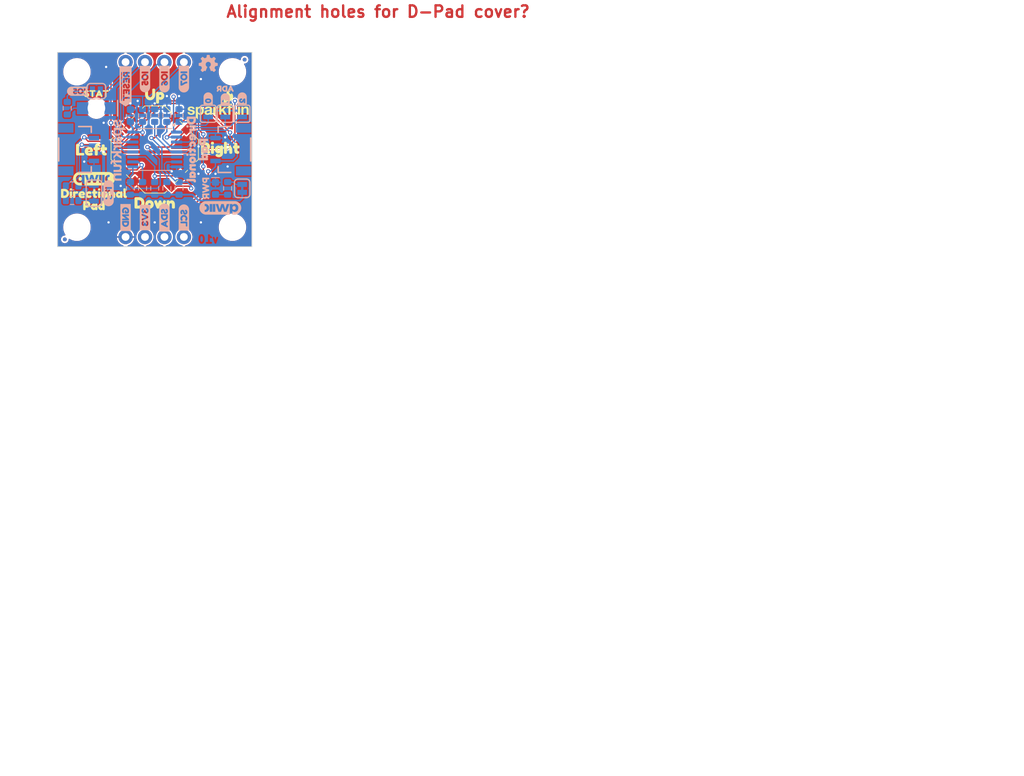
<source format=kicad_pcb>
(kicad_pcb (version 20240108) (generator "pcbnew") (generator_version "8.0")
  (title_block (date "2024-09-23") (comment 1 "Designed by: N. Seidle"))
  (layers (0 "F.Cu" signal) (31 "B.Cu" jumper) (34 "B.Paste" user) (35 "F.Paste" user) (36 "B.SilkS" user "B.Silkscreen") (37 "F.SilkS" user "F.Silkscreen") (38 "B.Mask" user) (39 "F.Mask" user) (44 "Edge.Cuts" user))
  (net 0 "")
  (net 1 "GND")
  (net 3 "3.3V")
  (net 5 "~{RESET}")
  (net 6 "Net-(D1-A)")
  (net 7 "Net-(D4-A)")
  (net 8 "Net-(JP4-A)")
  (net 11 "ADR1")
  (net 12 "SCL")
  (net 13 "SDA")
  (net 14 "IO6")
  (net 15 "IO7")
  (net 16 "ADR2")
  (net 17 "ADR0")
  (net 18 "SW_Down")
  (net 19 "SW_Up")
  (net 20 "SW_Right")
  (net 21 "SW_Left")
  (net 22 "SW_Center")
  (net 23 "IO5{slash}STAT")
  (net 24 "Net-(JP5-A)")
  (net 25 "Net-(JP6-A)")
  (net 26 "Net-(JP6-B)")
  (footprint "kibuzzard-66EF7B7C" (layer "F.Cu") (at 140.0175 112.0775)
    (property "Reference" "kibuzzard-66EF7B7C" (hide yes))
    (property "Value" "G***" (hide yes))
  )
  (footprint "SparkFun-Aesthetic:Fiducial_0.5mm_Mask1mm" (layer "F.Cu") (at 136.2075 116.5225 90)
    (property "Reference" "FID3")
    (property "Value" "Fiducial_0.5mm")
    (pad "" smd circle (at 0 0 90) (size 0.5 0.5) (layers "F.Cu" "F.Mask") (clearance 0.25))
  )
  (footprint "kibuzzard-66EED5D2" (layer "F.Cu") (at 147.955 97.79)
    (property "Reference" "kibuzzard-66EED5D2" (hide yes))
    (property "Value" "G***" (hide yes))
  )
  (footprint "SparkFun-Hardware:Standoff" (layer "F.Cu") (at 158.115 94.615 90)
    (property "Reference" "ST2")
    (property "Value" "Standoff")
    (pad "" np_thru_hole circle (at 0 0 90) (size 3.1 3.1) (drill 3.1) (layers "F&B.Cu" "*.Mask"))
  )
  (footprint "kibuzzard-66EF559E" (layer "F.Cu") (at 156.5275 104.775)
    (property "Reference" "kibuzzard-66EF559E" (hide yes))
    (property "Value" "G***" (hide yes))
  )
  (footprint "kibuzzard-66EF55AC" (layer "F.Cu") (at 139.7 104.775)
    (property "Reference" "kibuzzard-66EF55AC" (hide yes))
    (property "Value" "G***" (hide yes))
  )
  (footprint "kibuzzard-66EF5597" (layer "F.Cu") (at 147.955 111.76)
    (property "Reference" "kibuzzard-66EF5597" (hide yes))
    (property "Value" "G***" (hide yes))
  )
  (footprint "SparkFun-Aesthetic:Fiducial_0.5mm_Mask1mm" (layer "F.Cu") (at 159.7025 93.0275 90)
    (property "Reference" "FID4")
    (property "Value" "Fiducial_0.5mm")
    (pad "" smd circle (at 0 0 90) (size 0.5 0.5) (layers "F.Cu" "F.Mask") (clearance 0.25))
  )
  (footprint "SparkFun-Aesthetic:qwiic_5.5mm" (layer "F.Cu") (at 140.0175 108.585)
    (property "Reference" "G***" (hide yes))
    (property "Value" "LOGO" (hide yes))
  )
  (footprint "SparkFun-Switch:Navigation_SMD_9.9x9.9mm" (layer "F.Cu") (at 147.955 104.775)
    (property "Reference" "SW2")
    (property "Value" "Nav Switch")
    (pad "1" smd rect (at 2.669328 -4.224963 135) (size 1 1.25) (layers "F.Cu" "F.Paste" "F.Mask") (net 19 "SW_Up"))
    (pad "2" smd rect (at 4.224963 -2.669328 135) (size 1 1.25) (layers "F.Cu" "F.Paste" "F.Mask") (net 20 "SW_Right"))
    (pad "3" smd rect (at 4.790648 2.103643 225) (size 1 1.25) (layers "F.Cu" "F.Paste" "F.Mask") (net 1 "GND"))
    (pad "4" smd rect (at 3.447146 3.447146 225) (size 1 1.25) (layers "F.Cu" "F.Paste" "F.Mask") (net 22 "SW_Center"))
    (pad "5" smd rect (at 2.103643 4.790648 225) (size 1 1.25) (layers "F.Cu" "F.Paste" "F.Mask") (net 18 "SW_Down"))
    (pad "6" smd rect (at -2.669328 4.224963 315) (size 1 1.25) (layers "F.Cu" "F.Paste" "F.Mask") (net 1 "GND"))
    (pad "7" smd rect (at -4.224963 2.669328 315) (size 1 1.25) (layers "F.Cu" "F.Paste" "F.Mask") (net 21 "SW_Left"))
    (pad "8" smd rect (at -4.790648 -2.103643 45) (size 1 1.25) (layers "F.Cu" "F.Paste" "F.Mask") (net 1 "GND"))
    (pad "9" smd rect (at -3.447146 -3.447146 45) (size 1 1.25) (layers "F.Cu" "F.Paste" "F.Mask") (net 1 "GND"))
    (pad "10" smd rect (at -2.103643 -4.790648 45) (size 1 1.25) (layers "F.Cu" "F.Paste" "F.Mask") (net 1 "GND"))
  )
  (footprint "SparkFun-Connector:1x04" (layer "F.Cu") (at 144.145 116.205)
    (property "Reference" "J5")
    (property "Value" "I2C")
    (pad "1" thru_hole circle (at 0 0 90) (size 1.8796 1.8796) (drill 1.016) (layers "*.Cu" "*.Mask") (net 1 "GND"))
    (pad "2" thru_hole circle (at 2.54 0 90) (size 1.8796 1.8796) (drill 1.016) (layers "*.Cu" "*.Mask") (net 3 "3.3V"))
    (pad "3" thru_hole circle (at 5.08 0 90) (size 1.8796 1.8796) (drill 1.016) (layers "*.Cu" "*.Mask") (net 13 "SDA"))
    (pad "4" thru_hole circle (at 7.62 0 90) (size 1.8796 1.8796) (drill 1.016) (layers "*.Cu" "*.Mask") (net 12 "SCL"))
  )
  (footprint "SparkFun-Hardware:Standoff" (layer "F.Cu") (at 137.795 94.615 90)
    (property "Reference" "ST1")
    (property "Value" "Standoff")
    (pad "" np_thru_hole circle (at 0 0 90) (size 3.1 3.1) (drill 3.1) (layers "F&B.Cu" "*.Mask"))
  )
  (footprint "kibuzzard-66EF7B78" (layer "F.Cu") (at 140.0175 110.49)
    (property "Reference" "kibuzzard-66EF7B78" (hide yes))
    (property "Value" "G***" (hide yes))
  )
  (footprint "kibuzzard-66EF6B89" (layer "F.Cu") (at 140.335 97.4725)
    (property "Reference" "kibuzzard-66EF6B89" (hide yes))
    (property "Value" "G***" (hide yes))
  )
  (footprint "SparkFun-Aesthetic:SparkFun_Logo_8mm" (layer "F.Cu") (at 156.21 99.695)
    (property "Reference" "G***" (hide yes))
    (property "Value" "LOGO" (hide yes))
  )
  (footprint "SparkFun-Aesthetic:Creative_Commons_License" (layer "F.Cu") (at 214.63 168.275)
    (property "Reference" "G1" (hide yes))
    (property "Value" "OSHW_Logo" (hide yes))
  )
  (footprint "SparkFun-Hardware:Standoff" (layer "F.Cu") (at 137.795 114.935 90)
    (property "Reference" "ST3")
    (property "Value" "Standoff")
    (pad "" np_thru_hole circle (at 0 0 90) (size 3.1 3.1) (drill 3.1) (layers "F&B.Cu" "*.Mask"))
  )
  (footprint "SparkFun-Connector:1x04" (layer "F.Cu") (at 144.145 93.345)
    (property "Reference" "J2")
    (property "Value" "Conn_01x04")
    (pad "1" thru_hole circle (at 0 0 90) (size 1.8796 1.8796) (drill 1.016) (layers "*.Cu" "*.Mask") (net 23 "IO5{slash}STAT"))
    (pad "2" thru_hole circle (at 2.54 0 90) (size 1.8796 1.8796) (drill 1.016) (layers "*.Cu" "*.Mask") (net 14 "IO6"))
    (pad "3" thru_hole circle (at 5.08 0 90) (size 1.8796 1.8796) (drill 1.016) (layers "*.Cu" "*.Mask") (net 15 "IO7"))
    (pad "4" thru_hole circle (at 7.62 0 90) (size 1.8796 1.8796) (drill 1.016) (layers "*.Cu" "*.Mask") (net 5 "~{RESET}"))
  )
  (footprint "SparkFun-Hardware:Standoff" (layer "F.Cu") (at 158.115 114.935 90)
    (property "Reference" "ST4")
    (property "Value" "Standoff")
    (pad "" np_thru_hole circle (at 0 0 90) (size 3.1 3.1) (drill 3.1) (layers "F&B.Cu" "*.Mask"))
  )
  (footprint "SparkFun-Resistor:R_0603_1608Metric" (layer "B.Cu") (at 151.13 109.855 -90)
    (property "Reference" "R8")
    (property "Value" "10k")
    (pad "1" smd roundrect (at -0.825 0 270) (size 0.8 0.95) (layers "B.Cu" "B.Paste" "B.Mask") (net 18 "SW_Down"))
    (pad "2" smd roundrect (at 0.825 0 270) (size 0.8 0.95) (layers "B.Cu" "B.Paste" "B.Mask") (net 3 "3.3V"))
  )
  (footprint "SparkFun-Connector:JST_SMD_1.0mm-4_RA" (layer "B.Cu") (at 155.8925 104.775 -90)
    (property "Reference" "J1")
    (property "Value" "Qwiic_RA")
    (pad "1" smd rect (at -1.5 0 270) (size 0.6 1.35) (layers "B.Cu" "B.Paste" "B.Mask") (net 1 "GND"))
    (pad "2" smd rect (at -0.5 0 270) (size 0.6 1.35) (layers "B.Cu" "B.Paste" "B.Mask") (net 3 "3.3V"))
    (pad "3" smd rect (at 0.5 0 270) (size 0.6 1.35) (layers "B.Cu" "B.Paste" "B.Mask") (net 13 "SDA"))
    (pad "4" smd rect (at 1.5 0 270) (size 0.6 1.35) (layers "B.Cu" "B.Paste" "B.Mask") (net 12 "SCL"))
    (pad "NC1" smd rect (at 2.8 -3.675 270) (size 1.2 2) (layers "B.Cu" "B.Paste" "B.Mask"))
    (pad "NC2" smd rect (at -2.8 -3.675 270) (size 1.2 2) (layers "B.Cu" "B.Paste" "B.Mask"))
  )
  (footprint "SparkFun-Connector:JST_SMD_1.0mm-4_RA" (layer "B.Cu") (at 140.0175 104.775 90)
    (property "Reference" "J3")
    (property "Value" "Qwiic_RA")
    (pad "1" smd rect (at -1.5 0 90) (size 0.6 1.35) (layers "B.Cu" "B.Paste" "B.Mask") (net 1 "GND"))
    (pad "2" smd rect (at -0.5 0 90) (size 0.6 1.35) (layers "B.Cu" "B.Paste" "B.Mask") (net 3 "3.3V"))
    (pad "3" smd rect (at 0.5 0 90) (size 0.6 1.35) (layers "B.Cu" "B.Paste" "B.Mask") (net 13 "SDA"))
    (pad "4" smd rect (at 1.5 0 90) (size 0.6 1.35) (layers "B.Cu" "B.Paste" "B.Mask") (net 12 "SCL"))
    (pad "NC1" smd rect (at 2.8 -3.675 90) (size 1.2 2) (layers "B.Cu" "B.Paste" "B.Mask"))
    (pad "NC2" smd rect (at -2.8 -3.675 90) (size 1.2 2) (layers "B.Cu" "B.Paste" "B.Mask"))
  )
  (footprint "SparkFun-LED:LED_1206_Bottom_Green" (layer "B.Cu") (at 140.335 99.3775)
    (property "Reference" "D4")
    (property "Value" "Green")
    (pad "" np_thru_hole circle (at 0 0) (size 2.3 2.3) (drill 2.3) (layers "*.Cu" "*.Mask"))
    (pad "1" smd rect (at 1.8 0) (size 1.5 1.6) (layers "B.Cu" "B.Paste" "B.Mask") (net 1 "GND"))
    (pad "2" smd rect (at -1.8 0) (size 1.5 1.6) (layers "B.Cu" "B.Paste" "B.Mask") (net 7 "Net-(D4-A)"))
  )
  (footprint "SparkFun-Jumper:Jumper_2_NC_Trace" (layer "B.Cu") (at 140.335 97.155)
    (property "Reference" "JP5")
    (property "Value" "STAT")
    (fp_poly (pts (xy -0.25 0.15) (xy 0.25 0.15) (xy 0.25 -0.15) (xy -0.25 -0.15)) (fill solid) (layer "B.Cu"))
    (pad "1" smd rect (at -0.5207 0) (size 0.6604 1.27) (layers "B.Cu" "B.Mask") (net 24 "Net-(JP5-A)"))
    (pad "2" smd rect (at 0.5207 0) (size 0.6604 1.27) (layers "B.Cu" "B.Mask") (net 23 "IO5{slash}STAT"))
  )
  (footprint "SparkFun-Capacitor:C_0603_1608Metric" (layer "B.Cu") (at 144.78 100.33 90)
    (property "Reference" "C1")
    (property "Value" "0.1uF")
    (pad "1" smd roundrect (at -0.775 0 90) (size 0.9 0.95) (layers "B.Cu" "B.Paste" "B.Mask") (net 3 "3.3V"))
    (pad "2" smd roundrect (at 0.775 0 90) (size 0.9 0.95) (layers "B.Cu" "B.Paste" "B.Mask") (net 1 "GND"))
  )
  (footprint "SparkFun-Aesthetic:qwiic_5.5mm" (layer "B.Cu") (at 156.5275 112.395 180)
    (property "Reference" "G***" (hide yes))
    (property "Value" "LOGO" (hide yes))
  )
  (footprint "SparkFun-Semiconductor-Standard:TSSOP-16_4.4x5mm_P0.65mm" (layer "B.Cu") (at 147.955 104.775 180)
    (property "Reference" "U4")
    (property "Value" "PCA9557PW")
    (pad "1" smd roundrect (at -2.8625 2.275 180) (size 1.475 0.4) (layers "B.Cu" "B.Paste" "B.Mask") (net 12 "SCL"))
    (pad "2" smd roundrect (at -2.8625 1.625 180) (size 1.475 0.4) (layers "B.Cu" "B.Paste" "B.Mask") (net 13 "SDA"))
    (pad "3" smd roundrect (at -2.8625 0.975 180) (size 1.475 0.4) (layers "B.Cu" "B.Paste" "B.Mask") (net 17 "ADR0"))
    (pad "4" smd roundrect (at -2.8625 0.325 180) (size 1.475 0.4) (layers "B.Cu" "B.Paste" "B.Mask") (net 11 "ADR1"))
    (pad "5" smd roundrect (at -2.8625 -0.325 180) (size 1.475 0.4) (layers "B.Cu" "B.Paste" "B.Mask") (net 16 "ADR2"))
    (pad "6" smd roundrect (at -2.8625 -0.975 180) (size 1.475 0.4) (layers "B.Cu" "B.Paste" "B.Mask") (net 19 "SW_Up"))
    (pad "7" smd roundrect (at -2.8625 -1.625 180) (size 1.475 0.4) (layers "B.Cu" "B.Paste" "B.Mask") (net 18 "SW_Down"))
    (pad "8" smd roundrect (at -2.8625 -2.275 180) (size 1.475 0.4) (layers "B.Cu" "B.Paste" "B.Mask") (net 1 "GND"))
    (pad "9" smd roundrect (at 2.8625 -2.275 180) (size 1.475 0.4) (layers "B.Cu" "B.Paste" "B.Mask") (net 20 "SW_Right"))
    (pad "10" smd roundrect (at 2.8625 -1.625 180) (size 1.475 0.4) (layers "B.Cu" "B.Paste" "B.Mask") (net 21 "SW_Left"))
    (pad "11" smd roundrect (at 2.8625 -0.975 180) (size 1.475 0.4) (layers "B.Cu" "B.Paste" "B.Mask") (net 22 "SW_Center"))
    (pad "12" smd roundrect (at 2.8625 -0.325 180) (size 1.475 0.4) (layers "B.Cu" "B.Paste" "B.Mask") (net 23 "IO5{slash}STAT"))
    (pad "13" smd roundrect (at 2.8625 0.325 180) (size 1.475 0.4) (layers "B.Cu" "B.Paste" "B.Mask") (net 14 "IO6"))
    (pad "14" smd roundrect (at 2.8625 0.975 180) (size 1.475 0.4) (layers "B.Cu" "B.Paste" "B.Mask") (net 15 "IO7"))
    (pad "15" smd roundrect (at 2.8625 1.625 180) (size 1.475 0.4) (layers "B.Cu" "B.Paste" "B.Mask") (net 5 "~{RESET}"))
    (pad "16" smd roundrect (at 2.8625 2.275 180) (size 1.475 0.4) (layers "B.Cu" "B.Paste" "B.Mask") (net 3 "3.3V"))
  )
  (footprint "SparkFun-Jumper:Jumper_2_NO" (layer "B.Cu") (at 154.94 100.1014 90)
    (property "Reference" "JP1")
    (property "Value" "~")
    (pad "1" smd rect (at -0.4064 0 90) (size 0.635 1.27) (layers "B.Cu" "B.Mask") (net 17 "ADR0"))
    (pad "2" smd rect (at 0.4064 0 90) (size 0.635 1.27) (layers "B.Cu" "B.Mask") (net 3 "3.3V"))
  )
  (footprint "kibuzzard-66EF7B7C" (layer "B.Cu") (at 154.305 104.775 -90)
    (property "Reference" "kibuzzard-66EF7B7C" (hide yes))
    (property "Value" "G***" (hide yes))
  )
  (footprint "kibuzzard-66F182A6" (layer "B.Cu") (at 141.9225 110.49 -90)
    (property "Reference" "kibuzzard-66F182A6" (hide yes))
    (property "Value" "G***" (hide yes))
  )
  (footprint "kibuzzard-66EF7A03" (layer "B.Cu") (at 159.385 98.1075 -90)
    (property "Reference" "kibuzzard-66EF7A03" (hide yes))
    (property "Value" "G***" (hide yes))
  )
  (footprint "SparkFun-Aesthetic:Fiducial_0.5mm_Mask1mm" (layer "B.Cu") (at 136.2075 116.5225 -90)
    (property "Reference" "FID2")
    (property "Value" "Fiducial_0.5mm")
    (pad "" smd circle (at 0 0 270) (size 0.5 0.5) (layers "B.Cu" "B.Mask") (clearance 0.25))
  )
  (footprint "SparkFun-Resistor:R_0603_1608Metric" (layer "B.Cu") (at 147.955 109.855 -90)
    (property "Reference" "R12")
    (property "Value" "10k")
    (pad "1" smd roundrect (at -0.825 0 270) (size 0.8 0.95) (layers "B.Cu" "B.Paste" "B.Mask") (net 22 "SW_Center"))
    (pad "2" smd roundrect (at 0.825 0 270) (size 0.8 0.95) (layers "B.Cu" "B.Paste" "B.Mask") (net 3 "3.3V"))
  )
  (footprint "SparkFun-Aesthetic:Fiducial_0.5mm_Mask1mm" (layer "B.Cu") (at 159.7025 93.0275 -90)
    (property "Reference" "FID1")
    (property "Value" "Fiducial_0.5mm")
    (pad "" smd circle (at 0 0 270) (size 0.5 0.5) (layers "B.Cu" "B.Mask") (clearance 0.25))
  )
  (footprint "SparkFun-Resistor:R_0603_1608Metric" (layer "B.Cu") (at 137.16 111.4425 180)
    (property "Reference" "R13")
    (property "Value" "2.2k")
    (pad "1" smd roundrect (at -0.825 0 180) (size 0.8 0.95) (layers "B.Cu" "B.Paste" "B.Mask") (net 25 "Net-(JP6-A)"))
    (pad "2" smd roundrect (at 0.825 0 180) (size 0.8 0.95) (layers "B.Cu" "B.Paste" "B.Mask") (net 13 "SDA"))
  )
  (footprint "kibuzzard-66EF7B15" (layer "B.Cu") (at 146.685 113.665 -90)
    (property "Reference" "kibuzzard-66EF7B15" (hide yes))
    (property "Value" "G***" (hide yes))
  )
  (footprint "SparkFun-Aesthetic:SparkFun_Logo_NoFlame_8mm" (layer "B.Cu") (at 143.075963 104.810355 -90)
    (property "Reference" "G***" (hide yes))
    (property "Value" "LOGO" (hide yes))
  )
  (footprint "kibuzzard-66EF5827" (layer "B.Cu") (at 144.145 96.52 -90)
    (property "Reference" "kibuzzard-66EF5827" (hide yes))
    (property "Value" "G***" (hide yes))
  )
  (footprint "SparkFun-Aesthetic:OSHW_Logo_2.5mm" (layer "B.Cu") (at 154.94 93.6625 180)
    (property "Reference" "Ref**" (hide yes))
    (property "Value" "Val**" (hide yes))
  )
  (footprint "SparkFun-LED:LED_0603_1608Metric_Red" (layer "B.Cu") (at 155.8925 109.855 -90)
    (property "Reference" "D1")
    (property "Value" "Red")
    (pad "1" smd roundrect (at -0.7875 0 270) (size 0.875 0.95) (layers "B.Cu" "B.Paste" "B.Mask") (net 1 "GND"))
    (pad "2" smd roundrect (at 0.7875 0 270) (size 0.875 0.95) (layers "B.Cu" "B.Paste" "B.Mask") (net 6 "Net-(D1-A)"))
  )
  (footprint "SparkFun-Resistor:R_0603_1608Metric" (layer "B.Cu") (at 147.955 100.33 -90)
    (property "Reference" "R3")
    (property "Value" "10k")
    (pad "1" smd roundrect (at -0.825 0 270) (size 0.8 0.95) (layers "B.Cu" "B.Paste" "B.Mask") (net 1 "GND"))
    (pad "2" smd roundrect (at 0.825 0 270) (size 0.8 0.95) (layers "B.Cu" "B.Paste" "B.Mask") (net 16 "ADR2"))
  )
  (footprint "SparkFun-Resistor:R_0603_1608Metric" (layer "B.Cu") (at 136.525 99.3775 -90)
    (property "Reference" "R6")
    (property "Value" "1k")
    (pad "1" smd roundrect (at -0.825 0 270) (size 0.8 0.95) (layers "B.Cu" "B.Paste" "B.Mask") (net 24 "Net-(JP5-A)"))
    (pad "2" smd roundrect (at 0.825 0 270) (size 0.8 0.95) (layers "B.Cu" "B.Paste" "B.Mask") (net 7 "Net-(D4-A)"))
  )
  (footprint "SparkFun-Jumper:Jumper_2_NO" (layer "B.Cu") (at 157.1625 100.1014 90)
    (property "Reference" "JP2")
    (property "Value" "~")
    (pad "1" smd rect (at -0.4064 0 90) (size 0.635 1.27) (layers "B.Cu" "B.Mask") (net 11 "ADR1"))
    (pad "2" smd rect (at 0.4064 0 90) (size 0.635 1.27) (layers "B.Cu" "B.Mask") (net 3 "3.3V"))
  )
  (footprint "kibuzzard-66EF7940" (layer "B.Cu") (at 151.765 95.5675 -90)
    (property "Reference" "kibuzzard-66EF7940" (hide yes))
    (property "Value" "G***" (hide yes))
  )
  (footprint "SparkFun-Resistor:R_0603_1608Metric" (layer "B.Cu") (at 146.3675 100.33 -90)
    (property "Reference" "R4")
    (property "Value" "10k")
    (pad "1" smd roundrect (at -0.825 0 270) (size 0.8 0.95) (layers "B.Cu" "B.Paste" "B.Mask") (net 5 "~{RESET}"))
    (pad "2" smd roundrect (at 0.825 0 270) (size 0.8 0.95) (layers "B.Cu" "B.Paste" "B.Mask") (net 3 "3.3V"))
  )
  (footprint "kibuzzard-64C2E6A3" (layer "B.Cu") (at 154.6225 109.855 -90)
    (property "Reference" "kibuzzard-64C2E6A3" (hide yes))
    (property "Value" "G***" (hide yes))
  )
  (footprint "kibuzzard-66EF7B78" (layer "B.Cu") (at 152.7175 104.775 -90)
    (property "Reference" "kibuzzard-66EF7B78" (hide yes))
    (property "Value" "G***" (hide yes))
  )
  (footprint "SparkFun-Resistor:R_0603_1608Metric" (layer "B.Cu") (at 146.3675 109.855 -90)
    (property "Reference" "R11")
    (property "Value" "10k")
    (pad "1" smd roundrect (at -0.825 0 270) (size 0.8 0.95) (layers "B.Cu" "B.Paste" "B.Mask") (net 21 "SW_Left"))
    (pad "2" smd roundrect (at 0.825 0 270) (size 0.8 0.95) (layers "B.Cu" "B.Paste" "B.Mask") (net 3 "3.3V"))
  )
  (footprint "kibuzzard-66EF7AE6" (layer "B.Cu") (at 151.765 113.665 -90)
    (property "Reference" "kibuzzard-66EF7AE6" (hide yes))
    (property "Value" "G***" (hide yes))
  )
  (footprint "kibuzzard-66EF7B1E" (layer "B.Cu") (at 144.145 113.665 -90)
    (property "Reference" "kibuzzard-66EF7B1E" (hide yes))
    (property "Value" "G***" (hide yes))
  )
  (footprint "kibuzzard-66EF7907" (layer "B.Cu") (at 137.795 97.155 180)
    (property "Reference" "kibuzzard-66EF7907" (hide yes))
    (property "Value" "G***" (hide yes))
  )
  (footprint "SparkFun-Resistor:R_0603_1608Metric" (layer "B.Cu") (at 149.5425 100.33 -90)
    (property "Reference" "R2")
    (property "Value" "10k")
    (pad "1" smd roundrect (at -0.825 0 270) (size 0.8 0.95) (layers "B.Cu" "B.Paste" "B.Mask") (net 1 "GND"))
    (pad "2" smd roundrect (at 0.825 0 270) (size 0.8 0.95) (layers "B.Cu" "B.Paste" "B.Mask") (net 11 "ADR1"))
  )
  (footprint "kibuzzard-66EF7A0B" (layer "B.Cu") (at 157.1625 96.8375 180)
    (property "Reference" "kibuzzard-66EF7A0B" (hide yes))
    (property "Value" "G***" (hide yes))
  )
  (footprint "SparkFun-Resistor:R_0603_1608Metric" (layer "B.Cu") (at 137.16 109.5375 180)
    (property "Reference" "R7")
    (property "Value" "2.2k")
    (pad "1" smd roundrect (at -0.825 0 180) (size 0.8 0.95) (layers "B.Cu" "B.Paste" "B.Mask") (net 26 "Net-(JP6-B)"))
    (pad "2" smd roundrect (at 0.825 0 180) (size 0.8 0.95) (layers "B.Cu" "B.Paste" "B.Mask") (net 12 "SCL"))
  )
  (footprint "kibuzzard-66EF793A" (layer "B.Cu") (at 149.225 95.5675 -90)
    (property "Reference" "kibuzzard-66EF793A" (hide yes))
    (property "Value" "G***" (hide yes))
  )
  (footprint "kibuzzard-66EF7A24" (layer "B.Cu") (at 157.16554 98.24848 -90)
    (property "Reference" "kibuzzard-66EF7A24" (hide yes))
    (property "Value" "G***" (hide yes))
  )
  (footprint "kibuzzard-66EF7AEF" (layer "B.Cu") (at 149.225 113.665 -90)
    (property "Reference" "kibuzzard-66EF7AEF" (hide yes))
    (property "Value" "G***" (hide yes))
  )
  (footprint "SparkFun-Jumper:Jumper_3_NC-2_Trace" (layer "B.Cu") (at 140.0175 110.49 90)
    (property "Reference" "JP6")
    (property "Value" "I²C")
    (fp_poly (pts (xy -0.7707 0.15) (xy -0.2707 0.15) (xy -0.2707 -0.15) (xy -0.7707 -0.15)) (fill solid) (layer "B.Cu"))
    (fp_poly (pts (xy 0.262 0.173) (xy 0.762 0.173) (xy 0.762 -0.127) (xy 0.262 -0.127)) (fill solid) (layer "B.Cu"))
    (pad "1" smd rect (at -1.0414 0 90) (size 0.6604 1.27) (layers "B.Cu" "B.Mask") (net 25 "Net-(JP6-A)"))
    (pad "2" smd rect (at 0 0 90) (size 0.6604 1.27) (layers "B.Cu" "B.Mask") (net 3 "3.3V"))
    (pad "3" smd rect (at 1.0414 0 270) (size 0.6604 1.27) (layers "B.Cu" "B.Mask") (net 26 "Net-(JP6-B)"))
  )
  (footprint "kibuzzard-66EF7923" (layer "B.Cu") (at 146.685 95.5675 -90)
    (property "Reference" "kibuzzard-66EF7923" (hide yes))
    (property "Value" "G***" (hide yes))
  )
  (footprint "SparkFun-Resistor:R_0603_1608Metric" (layer "B.Cu") (at 157.48 109.855 -90)
    (property "Reference" "R5")
    (property "Value" "1k")
    (pad "1" smd roundrect (at -0.825 0 270) (size 0.8 0.95) (layers "B.Cu" "B.Paste" "B.Mask") (net 8 "Net-(JP4-A)"))
    (pad "2" smd roundrect (at 0.825 0 270) (size 0.8 0.95) (layers "B.Cu" "B.Paste" "B.Mask") (net 6 "Net-(D1-A)"))
  )
  (footprint "SparkFun-Jumper:Jumper_2_NO" (layer "B.Cu") (at 159.385 100.1014 90)
    (property "Reference" "JP3")
    (property "Value" "~")
    (pad "1" smd rect (at -0.4064 0 90) (size 0.635 1.27) (layers "B.Cu" "B.Mask") (net 16 "ADR2"))
    (pad "2" smd rect (at 0.4064 0 90) (size 0.635 1.27) (layers "B.Cu" "B.Mask") (net 3 "3.3V"))
  )
  (footprint "SparkFun-Resistor:R_0603_1608Metric" (layer "B.Cu") (at 144.78 109.855 -90)
    (property "Reference" "R10")
    (property "Value" "10k")
    (pad "1" smd roundrect (at -0.825 0 270) (size 0.8 0.95) (layers "B.Cu" "B.Paste" "B.Mask") (net 20 "SW_Right"))
    (pad "2" smd roundrect (at 0.825 0 270) (size 0.8 0.95) (layers "B.Cu" "B.Paste" "B.Mask") (net 3 "3.3V"))
  )
  (footprint "SparkFun-Resistor:R_0603_1608Metric" (layer "B.Cu") (at 149.5425 109.855 -90)
    (property "Reference" "R9")
    (property "Value" "10k")
    (pad "1" smd roundrect (at -0.825 0 270) (size 0.8 0.95) (layers "B.Cu" "B.Paste" "B.Mask") (net 19 "SW_Up"))
    (pad "2" smd roundrect (at 0.825 0 270) (size 0.8 0.95) (layers "B.Cu" "B.Paste" "B.Mask") (net 3 "3.3V"))
  )
  (footprint "SparkFun-Jumper:Jumper_2_NC_Trace" (layer "B.Cu") (at 159.385 109.855 -90)
    (property "Reference" "JP4")
    (property "Value" "PWR")
    (fp_poly (pts (xy -0.25 0.15) (xy 0.25 0.15) (xy 0.25 -0.15) (xy -0.25 -0.15)) (fill solid) (layer "B.Cu"))
    (pad "1" smd rect (at -0.5207 0 270) (size 0.6604 1.27) (layers "B.Cu" "B.Mask") (net 8 "Net-(JP4-A)"))
    (pad "2" smd rect (at 0.5207 0 270) (size 0.6604 1.27) (layers "B.Cu" "B.Mask") (net 3 "3.3V"))
  )
  (footprint "kibuzzard-66EF79E9" (layer "B.Cu") (at 154.94 98.1075 -90)
    (property "Reference" "kibuzzard-66EF79E9" (hide yes))
    (property "Value" "G***" (hide yes))
  )
  (footprint "SparkFun-Resistor:R_0603_1608Metric" (layer "B.Cu") (at 151.13 100.33 -90)
    (property "Reference" "R1")
    (property "Value" "10k")
    (pad "1" smd roundrect (at -0.825 0 270) (size 0.8 0.95) (layers "B.Cu" "B.Paste" "B.Mask") (net 1 "GND"))
    (pad "2" smd roundrect (at 0.825 0 270) (size 0.8 0.95) (layers "B.Cu" "B.Paste" "B.Mask") (net 17 "ADR0"))
  )
  (gr_rect (start 135.255 92.075) (end 160.655 117.475) (stroke (width 0.1)) (fill none) (layer "Edge.Cuts"))
  (gr_text "Alignment holes for D-Pad cover?" (at 157.1625 87.63 0) (layer "F.Cu") (effects (font (size 1.5 1.5) (thickness 0.3) (bold yes)) (justify left bottom)))
  (gr_text "v10" (at 154.94 116.5225 0) (layer "B.Cu" knockout) (effects (font (size 1 1) (thickness 0.25) (bold yes)) (justify mirror)))
  (segment (start 143.164352 102.671357) (end 142.411095 101.9181) (width 0.4064) (layer "F.Cu") (net 1))
  (segment (start 142.411095 101.9181) (end 142.24 101.9181) (width 0.4064) (layer "F.Cu") (net 1))
  (via (at 155.8925 107.95) (size 0.56) (drill 0.3) (layers "F.Cu" "B.Cu") (net 1))
  (via (at 153.9875 95.5675) (size 0.56) (drill 0.3) (layers "F.Cu" "B.Cu") (net 1))
  (via (at 151.13 97.79) (size 0.56) (drill 0.3) (layers "F.Cu" "B.Cu") (net 1))
  (via (at 138.7475 106.3625) (size 0.56) (drill 0.3) (layers "F.Cu" "B.Cu") (net 1))
  (via (at 153.682391 104.37489) (size 0.56) (drill 0.3) (layers "F.Cu" "B.Cu") (net 1))
  (via (at 147.955 114.3) (size 0.56) (drill 0.3) (layers "F.Cu" "B.Cu") (net 1))
  (via (at 150.1775 107.6325) (size 0.56) (drill 0.3) (layers "F.Cu" "B.Cu") (net 1))
  (via (at 153.67 107.95) (size 0.56) (drill 0.3) (layers "F.Cu" "B.Cu") (net 1))
  (via (at 157.48 106.9975) (size 0.56) (drill 0.3) (layers "F.Cu" "B.Cu") (net 1))
  (via (at 149.5425 97.79) (size 0.56) (drill 0.3) (layers "F.Cu" "B.Cu") (net 1))
  (via (at 143.513202 109.532815) (size 0.56) (drill 0.3) (layers "F.Cu" "B.Cu") (net 1))
  (via (at 141.9225 114.3) (size 0.56) (drill 0.3) (layers "F.Cu" "B.Cu") (net 1))
  (via (at 153.9875 114.3) (size 0.56) (drill 0.3) (layers "F.Cu" "B.Cu") (net 1))
  (via (at 141.605 93.98) (size 0.56) (drill 0.3) (layers "F.Cu" "B.Cu") (net 1))
  (via (at 144.78 98.7425) (size 0.56) (drill 0.3) (layers "F.Cu" "B.Cu") (net 1))
  (via (at 141.2875 101.2825) (size 0.56) (drill 0.3) (layers "F.Cu" "B.Cu") (net 1))
  (via (at 157.1625 103.1875) (size 0.56) (drill 0.3) (layers "F.Cu" "B.Cu") (net 1))
  (via (at 145.7325 98.425) (size 0.56) (drill 0.3) (layers "F.Cu" "B.Cu") (net 1))
  (via (at 147.955 98.7425) (size 0.56) (drill 0.3) (layers "F.Cu" "B.Cu") (net 1))
  (segment (start 146.3675 102.5525) (end 146.3675 105.0925) (width 0.254) (layer "F.Cu") (net 3))
  (segment (start 157.48 104.4575) (end 158.4325 103.505) (width 0.1778) (layer "F.Cu") (net 3))
  (segment (start 146.3675 105.0925) (end 156.845 105.0925) (width 0.4064) (layer "F.Cu") (net 3))
  (segment (start 158.4325 103.505) (end 158.4325 98.425) (width 0.1778) (layer "F.Cu") (net 3))
  (segment (start 141.2875 105.0925) (end 146.3675 105.0925) (width 0.4064) (layer "F.Cu") (net 3))
  (segment (start 156.845 105.0925) (end 157.48 104.4575) (width 0.4064) (layer "F.Cu") (net 3))
  (via (at 146.3675 102.5525) (size 0.56) (drill 0.3) (layers "F.Cu" "B.Cu") (net 3))
  (via (at 141.2875 105.0925) (size 0.56) (drill 0.3) (layers "F.Cu" "B.Cu") (net 3))
  (via (at 158.4325 98.425) (size 0.56) (drill 0.3) (layers "F.Cu" "B.Cu") (net 3))
  (via (at 157.48 104.4575) (size 0.56) (drill 0.3) (layers "F.Cu" "B.Cu") (net 3))
  (segment (start 151.13 110.68) (end 149.5425 110.68) (width 0.254) (layer "B.Cu") (net 3))
  (segment (start 147.955 110.68) (end 146.3675 110.68) (width 0.254) (layer "B.Cu") (net 3))
  (segment (start 146.3675 101.155) (end 146.3675 102.5525) (width 0.1778) (layer "B.Cu") (net 3))
  (segment (start 145.0925 101.9175) (end 144.78 101.605) (width 0.254) (layer "B.Cu") (net 3))
  (segment (start 141.2875 110.49) (end 143.1925 110.49) (width 0.4064) (layer "B.Cu") (net 3))
  (segment (start 157.2975 104.275) (end 157.48 104.4575) (width 0.4064) (layer "B.Cu") (net 3))
  (segment (start 144.78 110.68) (end 146.3675 110.68) (width 0.4064) (layer "B.Cu") (net 3))
  (segment (start 158.4325 98.425) (end 158.4325 99.695) (width 0.1778) (layer "B.Cu") (net 3))
  (segment (start 145.0925 102.5) (end 146.315 102.5) (width 0.254) (layer "B.Cu") (net 3))
  (segment (start 146.3675 110.68) (end 146.3675 113.03) (width 0.4064) (layer "B.Cu") (net 3))
  (segment (start 146.3675 113.03) (end 146.685 113.3475) (width 0.4064) (layer "B.Cu") (net 3))
  (segment (start 152.9075 110.68) (end 153.67 111.4425) (width 0.254) (layer "B.Cu") (net 3))
  (segment (start 146.315 102.5) (end 146.3675 102.5525) (width 0.254) (layer "B.Cu") (net 3))
  (segment (start 153.67 111.4425) (end 159.0675 111.4425) (width 0.254) (layer "B.Cu") (net 3))
  (segment (start 145.0925 102.5) (end 145.0925 101.9175) (width 0.254) (layer "B.Cu") (net 3))
  (segment (start 143.1925 110.49) (end 143.3825 110.68) (width 0.4064) (layer "B.Cu") (net 3))
  (segment (start 159.0675 111.4425) (end 159.385 111.125) (width 0.254) (layer "B.Cu") (net 3))
  (segment (start 143.3825 110.68) (end 144.78 110.68) (width 0.4064) (layer "B.Cu") (net 3))
  (segment (start 157.1625 99.695) (end 154.94 99.695) (width 0.254) (layer "B.Cu") (net 3))
  (segment (start 141.2875 105.0925) (end 141.2875 110.49) (width 0.4064) (layer "B.Cu") (net 3))
  (segment (start 140.0175 105.275) (end 141.105 105.275) (width 0.4064) (layer "B.Cu") (net 3))
  (segment (start 140.0175 110.49) (end 141.2875 110.49) (width 0.4064) (layer "B.Cu") (net 3))
  (segment (start 146.685 113.3475) (end 146.685 116.205) (width 0.4064) (layer "B.Cu") (net 3))
  (segment (start 141.105 105.275) (end 141.2875 105.0925) (width 0.4064) (layer "B.Cu") (net 3))
  (segment (start 155.8925 104.275) (end 157.2975 104.275) (width 0.4064) (layer "B.Cu") (net 3))
  (segment (start 159.385 99.695) (end 158.4325 99.695) (width 0.254) (layer "B.Cu") (net 3))
  (segment (start 158.4325 99.695) (end 157.1625 99.695) (width 0.254) (layer "B.Cu") (net 3))
  (segment (start 149.5425 110.68) (end 147.955 110.68) (width 0.254) (layer "B.Cu") (net 3))
  (segment (start 151.13 110.68) (end 152.9075 110.68) (width 0.254) (layer "B.Cu") (net 3))
  (segment (start 144.78 101.605) (end 144.78 101.105) (width 0.254) (layer "B.Cu") (net 3))
  (segment (start 159.385 111.125) (end 159.385 110.3757) (width 0.254) (layer "B.Cu") (net 3))
  (segment (start 146.3675 97.79) (end 147.32 97.79) (width 0.1778) (layer "B.Cu") (net 5))
  (segment (start 143.8529 98.7171) (end 144.78 97.79) (width 0.1778) (layer "B.Cu") (net 5))
  (segment (start 143.5481 102.87) (end 143.5481 101.397922) (width 0.1778) (layer "B.Cu") (net 5))
  (segment (start 143.8529 101.093122) (end 143.8529 98.7171) (width 0.1778) (layer "B.Cu") (net 5))
  (segment (start 146.3675 99.505) (end 146.3675 97.79) (width 0.1778) (layer "B.Cu") (net 5))
  (segment (start 143.5481 101.397922) (end 143.8529 101.093122) (width 0.1778) (layer "B.Cu") (net 5))
  (segment (start 150.5839 94.5261) (end 151.765 93.345) (width 0.1778) (layer "B.Cu") (net 5))
  (segment (start 144.78 97.79) (end 146.3675 97.79) (width 0.1778) (layer "B.Cu") (net 5))
  (segment (start 143.8281 103.15) (end 143.5481 102.87) (width 0.1778) (layer "B.Cu") (net 5))
  (segment (start 145.0925 103.15) (end 143.8281 103.15) (width 0.1778) (layer "B.Cu") (net 5))
  (segment (start 147.32 97.79) (end 150.5839 94.5261) (width 0.1778) (layer "B.Cu") (net 5))
  (segment (start 155.93 110.68) (end 155.8925 110.6425) (width 0.1778) (layer "B.Cu") (net 6))
  (segment (start 157.48 110.68) (end 155.93 110.68) (width 0.1778) (layer "B.Cu") (net 6))
  (segment (start 137.35 99.3775) (end 136.525 100.2025) (width 0.1778) (layer "B.Cu") (net 7))
  (segment (start 138.535 99.3775) (end 137.35 99.3775) (width 0.1778) (layer "B.Cu") (net 7))
  (segment (start 158.2425 109.03) (end 158.5468 109.3343) (width 0.1778) (layer "B.Cu") (net 8))
  (segment (start 158.5468 109.3343) (end 159.385 109.3343) (width 0.1778) (layer "B.Cu") (net 8))
  (segment (start 157.48 109.03) (end 158.2425 109.03) (width 0.1778) (layer "B.Cu") (net 8))
  (segment (start 157.1625 101.6) (end 157.1625 100.5078) (width 0.1778) (layer "B.Cu") (net 11))
  (segment (start 149.5425 102.45027) (end 149.5425 101.155) (width 0.1778) (layer "B.Cu") (net 11))
  (segment (start 149.0212 103.40343) (end 149.0212 102.97157) (width 0.1778) (layer "B.Cu") (net 11))
  (segment (start 153.3525 101.9302) (end 156.8323 101.9302) (width 0.1778) (layer "B.Cu") (net 11))
  (segment (start 149.530269 103.912499) (end 149.0212 103.40343) (width 0.1778) (layer "B.Cu") (net 11))
  (segment (start 150.8175 104.45) (end 152.239474 104.45) (width 0.1778) (layer "B.Cu") (net 11))
  (segment (start 149.5425 103.912499) (end 149.530269 103.912499) (width 0.1778) (layer "B.Cu") (net 11))
  (segment (start 152.239474 104.45) (end 153.0477 103.641774) (width 0.1778) (layer "B.Cu") (net 11))
  (segment (start 156.8323 101.9302) (end 157.1625 101.6) (width 0.1778) (layer "B.Cu") (net 11))
  (segment (start 149.0212 102.97157) (end 149.5425 102.45027) (width 0.1778) (layer "B.Cu") (net 11))
  (segment (start 150.080001 104.45) (end 149.5425 103.912499) (width 0.1778) (layer "B.Cu") (net 11))
  (segment (start 153.0477 103.641774) (end 153.0477 102.235) (width 0.1778) (layer "B.Cu") (net 11))
  (segment (start 153.0477 102.235) (end 153.3525 101.9302) (width 0.1778) (layer "B.Cu") (net 11))
  (segment (start 150.8175 104.45) (end 150.080001 104.45) (width 0.1778) (layer "B.Cu") (net 11))
  (segment (start 147.73907 98.2212) (end 147.4337 98.52657) (width 0.1778) (layer "F.Cu") (net 12))
  (segment (start 147.4337 99.8988) (end 143.624348 103.708152) (width 0.1778) (layer "F.Cu") (net 12))
  (segment (start 157.7975 102.5525) (end 153.67 98.425) (width 0.1778) (layer "F.Cu") (net 12))
  (segment (start 153.67 98.425) (end 148.37473 98.425) (width 0.1778) (layer "F.Cu") (net 12))
  (segment (start 148.37473 98.425) (end 148.17093 98.2212) (width 0.1778) (layer "F.Cu") (net 12))
  (segment (start 139.268152 103.708152) (end 138.7475 103.1875) (width 0.1778) (layer "F.Cu") (net 12))
  (segment (start 154.94 110.1725) (end 154.94 107.6325) (width 0.1778) (layer "F.Cu") (net 12))
  (segment (start 148.17093 98.2212) (end 147.73907 98.2212) (width 0.1778) (layer "F.Cu") (net 12))
  (segment (start 151.765 113.3475) (end 154.94 110.1725) (width 0.1778) (layer "F.Cu") (net 12))
  (segment (start 150.495 97.9526) (end 150.495 98.425) (width 0.1778) (layer "F.Cu") (net 12))
  (segment (start 150.4137 97.8713) (end 150.495 97.9526) (width 0.1778) (layer "F.Cu") (net 12))
  (segment (start 143.624348 103.708152) (end 139.268152 103.708152) (width 0.1778) (layer "F.Cu") (net 12))
  (segment (start 151.765 116.205) (end 151.765 113.3475) (width 0.1778) (layer "F.Cu") (net 12))
  (segment (start 147.4337 98.52657) (end 147.4337 99.8988) (width 0.1778) (layer "F.Cu") (net 12))
  (via (at 138.7475 103.1875) (size 0.56) (drill 0.3) (layers "F.Cu" "B.Cu") (net 12))
  (via (at 157.7975 102.5525) (size 0.56) (drill 0.3) (layers "F.Cu" "B.Cu") (net 12))
  (via (at 150.4137 97.8713) (size 0.56) (drill 0.3) (layers "F.Cu" "B.Cu") (net 12))
  (via (at 154.94 107.6325) (size 0.56) (drill 0.3) (layers "F.Cu" "B.Cu") (net 12))
  (segment (start 150.495 97.79) (end 150.4137 97.8713) (width 0.1778) (layer "B.Cu") (net 12))
  (segment (start 154.94 107.6325) (end 155.2575 107.6325) (width 0.1778) (layer "B.Cu") (net 12))
  (segment (start 137.795 104.05573) (end 138.66323 103.1875) (width 0.1524) (layer "B.Cu") (net 12))
  (segment (start 158.2025 106.275) (end 155.8925 106.275) (width 0.1778) (layer "B.Cu") (net 12))
  (segment (start 150.4137 102.0962) (end 150.4137 97.8713) (width 0.1778) (layer "B.Cu") (net 12))
  (segment (start 136.411448 109.5375) (end 137.795 108.153948) (width 0.1524) (layer "B.Cu") (net 12))
  (segment (start 157.7975 102.5525) (end 157.7975 103.1875) (width 0.1778) (layer "B.Cu") (net 12))
  (segment (start 158.75 104.14) (end 158.75 105.7275) (width 0.1778) (layer "B.Cu") (net 12))
  (segment (start 138.66323 103.1875) (end 138.7475 103.1875) (width 0.1524) (layer "B.Cu") (net 12))
  (segment (start 140.0175 103.275) (end 138.835 103.275) (width 0.1778) (layer "B.Cu") (net 12))
  (segment (start 155.8925 106.9975) (end 155.8925 106.275) (width 0.1778) (layer "B.Cu") (net 12))
  (segment (start 150.8175 102.5) (end 150.4137 102.0962) (width 0.1778) (layer "B.Cu") (net 12))
  (segment (start 157.7975 103.1875) (end 158.75 104.14) (width 0.1778) (layer "B.Cu") (net 12))
  (segment (start 138.835 103.275) (end 138.7475 103.1875) (width 0.1778) (layer "B.Cu") (net 12))
  (segment (start 155.2575 107.6325) (end 155.8925 106.9975) (width 0.1778) (layer "B.Cu") (net 12))
  (segment (start 158.75 105.7275) (end 158.2025 106.275) (width 0.1778) (layer "B.Cu") (net 12))
  (segment (start 137.795 108.153948) (end 137.795 104.05573) (width 0.1524) (layer "B.Cu") (net 12))
  (segment (start 136.335 109.5375) (end 136.411448 109.5375) (width 0.1524) (layer "B.Cu") (net 12))
  (segment (start 149.225 115.2525) (end 154.305 110.1725) (width 0.1778) (layer "F.Cu") (net 13))
  (segment (start 149.86 98.7552) (end 151.945726 98.7552) (width 0.1778) (layer "F.Cu") (net 13))
  (segment (start 138.43 104.14) (end 143.659473 104.14) (width 0.1778) (layer "F.Cu") (net 13))
  (segment (start 151.945726 98.7552) (end 152.960263 99.769737) (width 0.1778) (layer "F.Cu") (net 13))
  (segment (start 152.960263 99.769737) (end 153.436513 100.245987) (width 0.1778) (layer "F.Cu") (net 13))
  (segment (start 149.044273 98.7552) (end 149.86 98.7552) (width 0.1778) (layer "F.Cu") (net 13))
  (segment (start 145.0975 102.701973) (end 149.044273 98.7552) (width 0.1778) (layer "F.Cu") (net 13))
  (segment (start 154.305 110.1725) (end 154.305 106.9975) (width 0.1778) (layer "F.Cu") (net 13))
  (segment (start 149.225 116.205) (end 149.225 115.2525) (width 0.1778) (layer "F.Cu") (net 13))
  (segment (start 153.436513 100.245987) (end 153.67 100.479474) (width 0.1778) (layer "F.Cu") (net 13))
  (segment (start 143.761121 104.038352) (end 143.761122 104.038352) (width 0.1778) (layer "F.Cu") (net 13))
  (segment (start 153.67 102.1467) (end 154.305 102.7817) (width 0.1778) (layer "F.Cu") (net 13))
  (segment (start 143.659473 104.14) (end 143.761121 104.038352) (width 0.1778) (layer "F.Cu") (net 13))
  (segment (start 149.5425 103.1875) (end 152.960263 99.769737) (width 0.1778) (layer "F.Cu") (net 13))
  (segment (start 153.67 100.479474) (end 153.67 102.1467) (width 0.1778) (layer "F.Cu") (net 13))
  (segment (start 143.761122 104.038352) (end 145.0975 102.701973) (width 0.1778) (layer "F.Cu") (net 13))
  (via (at 149.5425 103.1875) (size 0.56) (drill 0.3) (layers "F.Cu" "B.Cu") (net 13))
  (via (at 154.305 106.9975) (size 0.56) (drill 0.3) (layers "F.Cu" "B.Cu") (net 13))
  (via (at 154.305 102.7817) (size 0.56) (drill 0.3) (layers "F.Cu" "B.Cu") (net 13))
  (via (at 138.43 104.14) (size 0.56) (drill 0.3) (layers "F.Cu" "B.Cu") (net 13))
  (segment (start 137.16 110.6175) (end 137.16 109.22) (width 0.1524) (layer "B.Cu") (net 13))
  (segment (start 155.8925 105.275) (end 154.311268 105.275) (width 0.1778) (layer "B.Cu") (net 13))
  (segment (start 138.1125 104.4575) (end 138.43 104.14) (width 0.1524) (layer "B.Cu") (net 13))
  (segment (start 154.305 105.268732) (end 154.305 104.775) (width 0.1778) (layer "B.Cu") (net 13))
  (segment (start 150.8175 103.15) (end 149.58 103.15) (width 0.1778) (layer "B.Cu") (net 13))
  (segment (start 138.1125 108.2675) (end 138.1125 104.4575) (width 0.1524) (layer "B.Cu") (net 13))
  (segment (start 149.58 103.15) (end 149.5425 103.1875) (width 0.1778) (layer "B.Cu") (net 13))
  (segment (start 154.305 102.7817) (end 154.305 104.775) (width 0.1778) (layer "B.Cu") (net 13))
  (segment (start 154.305 106.9975) (end 154.305 105.268732) (width 0.1778) (layer "B.Cu") (net 13))
  (segment (start 138.565 104.275) (end 138.43 104.14) (width 0.1778) (layer "B.Cu") (net 13))
  (segment (start 140.0175 104.275) (end 138.565 104.275) (width 0.1778) (layer "B.Cu") (net 13))
  (segment (start 137.16 109.22) (end 138.1125 108.2675) (width 0.1524) (layer "B.Cu") (net 13))
  (segment (start 154.311268 105.275) (end 154.305 105.268732) (width 0.1778) (layer "B.Cu") (net 13))
  (segment (start 136.335 111.4425) (end 137.16 110.6175) (width 0.1524) (layer "B.Cu") (net 13))
  (segment (start 143.82 104.45) (end 142.8877 103.5177) (width 0.1778) (layer "B.Cu") (net 14))
  (segment (start 145.0925 104.45) (end 143.82 104.45) (width 0.1778) (layer "B.Cu") (net 14))
  (segment (start 142.8877 101.124374) (end 143.1925 100.819574) (width 0.1778) (layer "B.Cu") (net 14))
  (segment (start 142.8877 103.5177) (end 142.8877 101.124374) (width 0.1778) (layer "B.Cu") (net 14))
  (segment (start 143.1925 96.8375) (end 146.685 93.345) (width 0.1778) (layer "B.Cu") (net 14))
  (segment (start 143.1925 100.819574) (end 143.1925 96.8375) (width 0.1778) (layer "B.Cu") (net 14))
  (segment (start 148.59 93.345) (end 149.225 93.345) (width 0.1778) (layer "B.Cu") (net 15))
  (segment (start 143.5227 100.956348) (end 143.5227 98.4123) (width 0.1778) (layer "B.Cu") (net 15))
  (segment (start 143.81135 103.8) (end 143.2179 103.20655) (width 0.1778) (layer "B.Cu") (net 15))
  (segment (start 149.225 93.345) (end 149.225 93.98) (width 0.1778) (layer "B.Cu") (net 15))
  (segment (start 143.2179 101.261148) (end 143.5227 100.956348) (width 0.1778) (layer "B.Cu") (net 15))
  (segment (start 143.5227 98.4123) (end 148.59 93.345) (width 0.1778) (layer "B.Cu") (net 15))
  (segment (start 145.0925 103.8) (end 143.81135 103.8) (width 0.1778) (layer "B.Cu") (net 15))
  (segment (start 143.2179 103.20655) (end 143.2179 101.261148) (width 0.1778) (layer "B.Cu") (net 15))
  (segment (start 159.0675 100.5078) (end 159.385 100.5078) (width 0.1778) (layer "B.Cu") (net 16))
  (segment (start 150.8175 105.1) (end 152.056448 105.1) (width 0.1778) (layer "B.Cu") (net 16))
  (segment (start 150.080001 105.1) (end 147.955 102.974999) (width 0.1778) (layer "B.Cu") (net 16))
  (segment (start 153.3779 102.5271) (end 153.6446 102.2604) (width 0.1778) (layer "B.Cu") (net 16))
  (segment (start 150.8175 105.1) (end 150.080001 105.1) (width 0.1778) (layer "B.Cu") (net 16))
  (segment (start 157.3149 102.2604) (end 159.0675 100.5078) (width 0.1778) (layer "B.Cu") (net 16))
  (segment (start 153.3779 103.778548) (end 153.3779 102.5271) (width 0.1778) (layer "B.Cu") (net 16))
  (segment (start 147.955 102.974999) (end 147.955 101.155) (width 0.1778) (layer "B.Cu") (net 16))
  (segment (start 152.056448 105.1) (end 153.3779 103.778548) (width 0.1778) (layer "B.Cu") (net 16))
  (segment (start 153.6446 102.2604) (end 157.3149 102.2604) (width 0.1778) (layer "B.Cu") (net 16))
  (segment (start 150.8175 103.8) (end 152.4225 103.8) (width 0.1778) (layer "B.Cu") (net 17))
  (segment (start 154.94 101.2825) (end 154.94 100.5078) (width 0.1778) (layer "B.Cu") (net 17))
  (segment (start 154.6225 101.6) (end 154.94 101.2825) (width 0.1778) (layer "B.Cu") (net 17))
  (segment (start 151.13 101.155) (end 152.2725 101.155) (width 0.1778) (layer "B.Cu") (net 17))
  (segment (start 152.4225 103.8) (end 152.7175 103.505) (width 0.1778) (layer "B.Cu") (net 17))
  (segment (start 152.2725 101.155) (end 152.7175 101.6) (width 0.1778) (layer "B.Cu") (net 17))
  (segment (start 152.7175 101.6) (end 154.6225 101.6) (width 0.1778) (layer "B.Cu") (net 17))
  (segment (start 152.7175 103.505) (end 152.7175 101.6) (width 0.1778) (layer "B.Cu") (net 17))
  (segment (start 150.058643 109.565648) (end 152.428148 109.565648) (width 0.1778) (layer "F.Cu") (net 18))
  (segment (start 152.428148 109.565648) (end 152.7175 109.855) (width 0.1778) (layer "F.Cu") (net 18))
  (via (at 152.7175 109.855) (size 0.56) (drill 0.3) (layers "F.Cu" "B.Cu") (net 18))
  (segment (start 150.771974 109.03) (end 149.225 107.483026) (width 0.1778) (layer "B.Cu") (net 18))
  (segment (start 152.7175 109.855) (end 152.7175 109.5375) (width 0.1778) (layer "B.Cu") (net 18))
  (segment (start 149.225 106.68) (end 149.505 106.4) (width 0.1778) (layer "B.Cu") (net 18))
  (segment (start 149.225 107.483026) (end 149.225 106.68) (width 0.1778) (layer "B.Cu") (net 18))
  (segment (start 149.505 106.4) (end 150.8175 106.4) (width 0.1778) (layer "B.Cu") (net 18))
  (segment (start 152.21 109.03) (end 151.13 109.03) (width 0.1778) (layer "B.Cu") (net 18))
  (segment (start 151.13 109.03) (end 150.771974 109.03) (width 0.1778) (layer "B.Cu") (net 18))
  (segment (start 152.7175 109.5375) (end 152.21 109.03) (width 0.1778) (layer "B.Cu") (net 18))
  (segment (start 147.909413 103.264952) (end 150.624328 100.550037) (width 0.1778) (layer "F.Cu") (net 19))
  (segment (start 147.521778 103.264952) (end 147.909413 103.264952) (width 0.1778) (layer "F.Cu") (net 19))
  (via (at 147.521778 103.264952) (size 0.56) (drill 0.3) (layers "F.Cu" "B.Cu") (net 19))
  (segment (start 150.8175 105.75) (end 148.9173 105.75) (width 0.1778) (layer "B.Cu") (net 19))
  (segment (start 149.5425 109.03) (end 149.5425 108.2675) (width 0.1778) (layer "B.Cu") (net 19))
  (segment (start 148.8948 107.6198) (end 148.8948 105.7275) (width 0.1778) (layer "B.Cu") (net 19))
  (segment (start 147.521778 103.264952) (end 148.8948 104.637974) (width 0.1778) (layer "B.Cu") (net 19))
  (segment (start 148.8948 104.637974) (end 148.8948 105.7275) (width 0.1778) (layer "B.Cu") (net 19))
  (segment (start 149.5425 108.2675) (end 148.8948 107.6198) (width 0.1778) (layer "B.Cu") (net 19))
  (segment (start 148.9173 105.75) (end 148.8948 105.7275) (width 0.1778) (layer "B.Cu") (net 19))
  (segment (start 152.179963 102.105672) (end 149.828735 104.4569) (width 0.1778) (layer "F.Cu") (net 20))
  (segment (start 149.828735 104.4569) (end 147.0025 104.4569) (width 0.1778) (layer "F.Cu") (net 20))
  (via (at 147.0025 104.4569) (size 0.56) (drill 0.3) (layers "F.Cu" "B.Cu") (net 20))
  (segment (start 145.0925 107.945) (end 145.0925 107.05) (width 0.1778) (layer "B.Cu") (net 20))
  (segment (start 148.2725 109.855) (end 148.6713 109.4562) (width 0.1778) (layer "B.Cu") (net 20))
  (segment (start 144.78 108.2675) (end 145.0975 107.95) (width 0.1778) (layer "B.Cu") (net 20))
  (segment (start 145.0975 109.855) (end 148.2725 109.855) (width 0.1778) (layer "B.Cu") (net 20))
  (segment (start 148.6713 109.4562) (end 148.6713 107.863274) (width 0.1778) (layer "B.Cu") (net 20))
  (segment (start 145.0975 107.95) (end 145.0925 107.945) (width 0.1778) (layer "B.Cu") (net 20))
  (segment (start 148.6713 107.863274) (end 148.5646 107.756574) (width 0.1778) (layer "B.Cu") (net 20))
  (segment (start 148.5646 106.019) (end 147.0025 104.4569) (width 0.1778) (layer "B.Cu") (net 20))
  (segment (start 144.78 109.5375) (end 145.0975 109.855) (width 0.1778) (layer "B.Cu") (net 20))
  (segment (start 144.78 109.03) (end 144.78 109.5375) (width 0.1778) (layer "B.Cu") (net 20))
  (segment (start 144.78 109.03) (end 144.78 108.2675) (width 0.1778) (layer "B.Cu") (net 20))
  (segment (start 148.5646 107.756574) (end 148.5646 106.019) (width 0.1778) (layer "B.Cu") (net 20))
  (segment (start 145.607144 107.444328) (end 146.244021 106.807451) (width 0.1778) (layer "F.Cu") (net 21))
  (segment (start 143.730037 107.444328) (end 145.607144 107.444328) (width 0.1778) (layer "F.Cu") (net 21))
  (via (at 146.244021 106.807451) (size 0.56) (drill 0.3) (layers "F.Cu" "B.Cu") (net 21))
  (segment (start 146.3675 109.03) (end 146.3675 106.937501) (width 0.1778) (layer "B.Cu") (net 21))
  (segment (start 145.829999 106.4) (end 145.0925 106.4) (width 0.1778) (layer "B.Cu") (net 21))
  (segment (start 146.3675 106.937501) (end 145.829999 106.4) (width 0.1778) (layer "B.Cu") (net 21))
  (segment (start 148.000354 108.222146) (end 147.955 108.2675) (width 0.1778) (layer "F.Cu") (net 22))
  (segment (start 151.402146 108.222146) (end 148.000354 108.222146) (width 0.1778) (layer "F.Cu") (net 22))
  (via (at 147.955 108.2675) (size 0.56) (drill 0.3) (layers "F.Cu" "B.Cu") (net 22))
  (segment (start 147.955 108.2675) (end 147.955 106.9975) (width 0.1778) (layer "B.Cu") (net 22))
  (segment (start 147.955 106.9975) (end 146.7075 105.75) (width 0.1778) (layer "B.Cu") (net 22))
  (segment (start 146.7075 105.75) (end 145.0925 105.75) (width 0.1778) (layer "B.Cu") (net 22))
  (segment (start 147.955 109.03) (end 147.955 108.2675) (width 0.1778) (layer "B.Cu") (net 22))
  (segment (start 142.24 95.25) (end 144.145 93.345) (width 0.1778) (layer "F.Cu") (net 23))
  (segment (start 142.24 101.2825) (end 142.24 95.25) (width 0.1778) (layer "F.Cu") (net 23))
  (via (at 142.24 101.2825) (size 0.56) (drill 0.3) (layers "F.Cu" "B.Cu") (net 23))
  (segment (start 145.0925 105.1) (end 144.003026 105.1) (width 0.1778) (layer "B.Cu") (net 23))
  (segment (start 142.24 103.336974) (end 142.24 101.2825) (width 0.1778) (layer "B.Cu") (net 23))
  (segment (start 144.145 94.615) (end 144.145 93.345) (width 0.1778) (layer "B.Cu") (net 23))
  (segment (start 142.5575 103.654474) (end 142.24 103.336974) (width 0.1778) (layer "B.Cu") (net 23))
  (segment (start 141.605 97.155) (end 144.145 94.615) (width 0.1778) (layer "B.Cu") (net 23))
  (segment (start 140.8557 97.155) (end 141.605 97.155) (width 0.1778) (layer "B.Cu") (net 23))
  (segment (start 144.003026 105.1) (end 142.5575 103.654474) (width 0.1778) (layer "B.Cu") (net 23))
  (segment (start 137.16 97.155) (end 139.8143 97.155) (width 0.1778) (layer "B.Cu") (net 24))
  (segment (start 136.525 97.79) (end 137.16 97.155) (width 0.1778) (layer "B.Cu") (net 24))
  (segment (start 136.525 98.5525) (end 136.525 97.79) (width 0.1778) (layer "B.Cu") (net 24))
  (segment (start 137.985 111.4425) (end 139.9286 111.4425) (width 0.1524) (layer "B.Cu") (net 25))
  (segment (start 139.9286 111.4425) (end 140.0175 111.5314) (width 0.1524) (layer "B.Cu") (net 25))
  (segment (start 139.9286 109.5375) (end 140.0175 109.4486) (width 0.1524) (layer "B.Cu") (net 26))
  (segment (start 137.985 109.5375) (end 139.9286 109.5375) (width 0.1524) (layer "B.Cu") (net 26))
  (zone (net 1) (net_name "GND") (layers "F&B.Cu") (connect_pads (clearance 0.1778)) (min_thickness 0.1778) (fill yes (thermal_gap 0.2032) (thermal_bridge_width 0.1778))
    (polygon (pts (xy 160.655 117.475) (xy 135.255 117.475) (xy 135.255 92.075) (xy 160.655 92.075)))
  )
)
</source>
